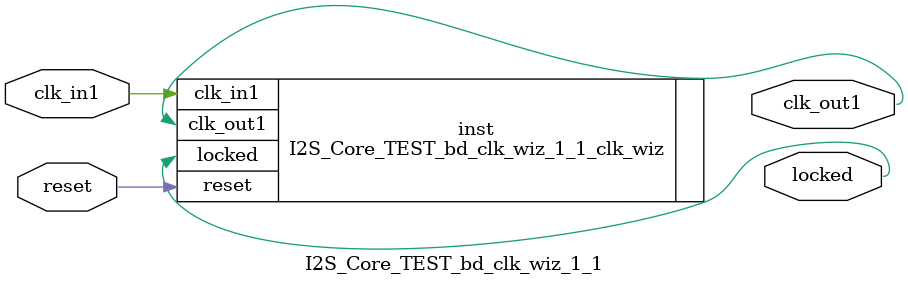
<source format=v>


`timescale 1ps/1ps

(* CORE_GENERATION_INFO = "I2S_Core_TEST_bd_clk_wiz_1_1,clk_wiz_v6_0_5_0_0,{component_name=I2S_Core_TEST_bd_clk_wiz_1_1,use_phase_alignment=true,use_min_o_jitter=false,use_max_i_jitter=false,use_dyn_phase_shift=false,use_inclk_switchover=false,use_dyn_reconfig=false,enable_axi=0,feedback_source=FDBK_AUTO,PRIMITIVE=MMCM,num_out_clk=1,clkin1_period=10.000,clkin2_period=10.000,use_power_down=false,use_reset=true,use_locked=true,use_inclk_stopped=false,feedback_type=SINGLE,CLOCK_MGR_TYPE=NA,manual_override=false}" *)

module I2S_Core_TEST_bd_clk_wiz_1_1 
 (
  // Clock out ports
  output        clk_out1,
  // Status and control signals
  input         reset,
  output        locked,
 // Clock in ports
  input         clk_in1
 );

  I2S_Core_TEST_bd_clk_wiz_1_1_clk_wiz inst
  (
  // Clock out ports  
  .clk_out1(clk_out1),
  // Status and control signals               
  .reset(reset), 
  .locked(locked),
 // Clock in ports
  .clk_in1(clk_in1)
  );

endmodule

</source>
